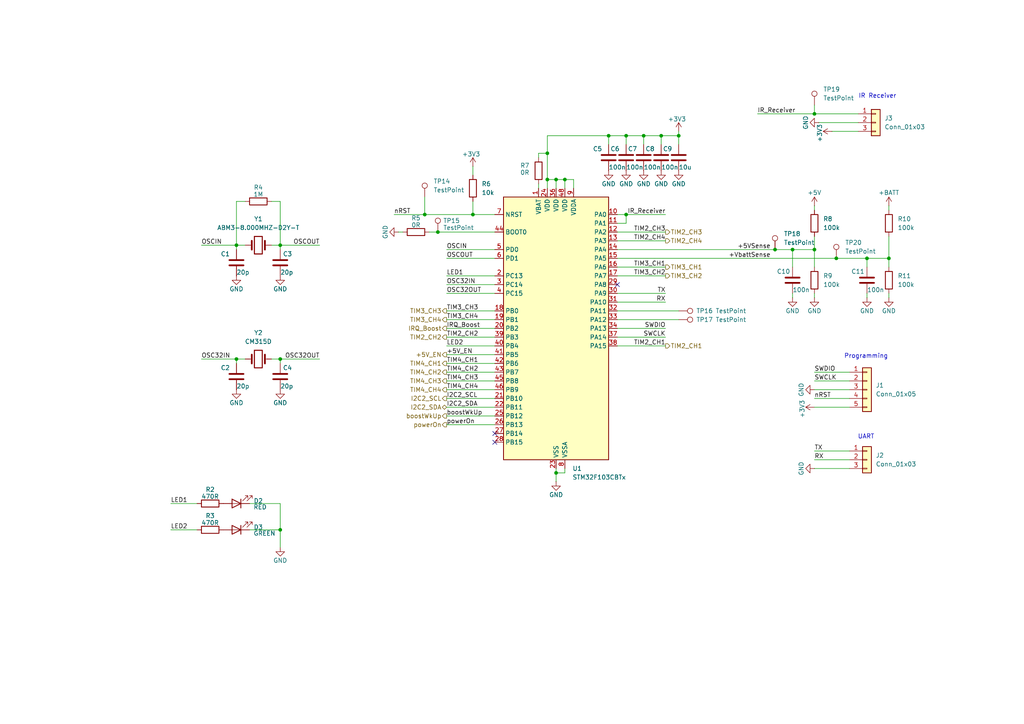
<source format=kicad_sch>
(kicad_sch (version 20231120) (generator "eeschema") (generator_version "8.0")
  (paper "A4")
  (title_block (title "Mermaid Control Unit") (date "2025-02-04") (rev "A") (company "Aurora Dreams Mermaids") (comment 1 "Designed by: Ondrej Ruzicka") (comment 4 "STM32 MCU"))
  (lib_symbols
    (symbol "Connector:TestPoint" (pin_numbers hide) (pin_names (offset 0.762) hide)
      (property "Reference" "TP" (at 0 6.858 0))
      (property "Value" "TestPoint" (at 0 5.08 0))
      (symbol "TestPoint_0_1"
        (circle (center 0 3.302) (radius 0.762))
      )
      (symbol "TestPoint_1_1"
        (pin passive line (at 0 0 90) (length 2.54) (name "1") (number "1"))
      )
    )
    (symbol "Connector_Generic:Conn_01x03" (pin_names (offset 1.016) hide)
      (property "Reference" "J" (at 0 5.08 0))
      (property "Value" "Conn_01x03" (at 0 -5.08 0))
      (symbol "Conn_01x03_1_1"
        (rectangle (start -1.27 -2.413) (end 0 -2.667) (stroke (width 0.1524)))
        (rectangle (start -1.27 0.127) (end 0 -0.127) (stroke (width 0.1524)))
        (rectangle (start -1.27 2.667) (end 0 2.413) (stroke (width 0.1524)))
        (rectangle (start -1.27 3.81) (end 1.27 -3.81) (stroke (width 0.254)) (fill (type background)))
        (pin passive line (at -5.08 2.54 0) (length 3.81) (name "Pin_1") (number "1"))
        (pin passive line (at -5.08 0 0) (length 3.81) (name "Pin_2") (number "2"))
        (pin passive line (at -5.08 -2.54 0) (length 3.81) (name "Pin_3") (number "3"))
      )
    )
    (symbol "Connector_Generic:Conn_01x05" (pin_names (offset 1.016) hide)
      (property "Reference" "J" (at 0 7.62 0))
      (property "Value" "Conn_01x05" (at 0 -7.62 0))
      (symbol "Conn_01x05_1_1"
        (rectangle (start -1.27 -4.953) (end 0 -5.207) (stroke (width 0.1524)))
        (rectangle (start -1.27 -2.413) (end 0 -2.667) (stroke (width 0.1524)))
        (rectangle (start -1.27 0.127) (end 0 -0.127) (stroke (width 0.1524)))
        (rectangle (start -1.27 2.667) (end 0 2.413) (stroke (width 0.1524)))
        (rectangle (start -1.27 5.207) (end 0 4.953) (stroke (width 0.1524)))
        (rectangle (start -1.27 6.35) (end 1.27 -6.35) (stroke (width 0.254)) (fill (type background)))
        (pin passive line (at -5.08 5.08 0) (length 3.81) (name "Pin_1") (number "1"))
        (pin passive line (at -5.08 2.54 0) (length 3.81) (name "Pin_2") (number "2"))
        (pin passive line (at -5.08 0 0) (length 3.81) (name "Pin_3") (number "3"))
        (pin passive line (at -5.08 -2.54 0) (length 3.81) (name "Pin_4") (number "4"))
        (pin passive line (at -5.08 -5.08 0) (length 3.81) (name "Pin_5") (number "5"))
      )
    )
    (symbol "Device:C" (pin_numbers hide) (pin_names (offset 0.254))
      (property "Reference" "C" (at 0.635 2.54 0))
      (property "Value" "C" (at 0.635 -2.54 0))
      (symbol "C_0_1"
        (polyline (pts (xy -2.032 -0.762) (xy 2.032 -0.762)) (stroke (width 0.508)))
        (polyline (pts (xy -2.032 0.762) (xy 2.032 0.762)) (stroke (width 0.508)))
      )
      (symbol "C_1_1"
        (pin passive line (at 0 3.81 270) (length 2.794) (name "~") (number "1"))
        (pin passive line (at 0 -3.81 90) (length 2.794) (name "~") (number "2"))
      )
    )
    (symbol "Device:Crystal" (pin_numbers hide) (pin_names (offset 1.016) hide)
      (property "Reference" "Y" (at 0 3.81 0))
      (property "Value" "Crystal" (at 0 -3.81 0))
      (symbol "Crystal_0_1"
        (rectangle (start -1.143 2.54) (end 1.143 -2.54) (stroke (width 0.3048)))
        (polyline (pts (xy -2.54 0) (xy -1.905 0)))
        (polyline (pts (xy -1.905 -1.27) (xy -1.905 1.27)) (stroke (width 0.508)))
        (polyline (pts (xy 1.905 -1.27) (xy 1.905 1.27)) (stroke (width 0.508)))
        (polyline (pts (xy 2.54 0) (xy 1.905 0)))
      )
      (symbol "Crystal_1_1"
        (pin passive line (at -3.81 0 0) (length 1.27) (name "1") (number "1"))
        (pin passive line (at 3.81 0 180) (length 1.27) (name "2") (number "2"))
      )
    )
    (symbol "Device:LED" (pin_numbers hide) (pin_names (offset 1.016) hide)
      (property "Reference" "D" (at 0 2.54 0))
      (property "Value" "LED" (at 0 -2.54 0))
      (symbol "LED_0_1"
        (polyline (pts (xy -1.27 -1.27) (xy -1.27 1.27)) (stroke (width 0.254)))
        (polyline (pts (xy -1.27 0) (xy 1.27 0)))
        (polyline (pts (xy 1.27 -1.27) (xy 1.27 1.27) (xy -1.27 0) (xy 1.27 -1.27)) (stroke (width 0.254)))
        (polyline (pts (xy -3.048 -0.762) (xy -4.572 -2.286) (xy -3.81 -2.286) (xy -4.572 -2.286) (xy -4.572 -1.524)))
        (polyline (pts (xy -1.778 -0.762) (xy -3.302 -2.286) (xy -2.54 -2.286) (xy -3.302 -2.286) (xy -3.302 -1.524)))
      )
      (symbol "LED_1_1"
        (pin passive line (at -3.81 0 0) (length 2.54) (name "K") (number "1"))
        (pin passive line (at 3.81 0 180) (length 2.54) (name "A") (number "2"))
      )
    )
    (symbol "Device:R" (pin_numbers hide) (pin_names (offset 0))
      (property "Reference" "R" (at 2.032 0 90))
      (property "Value" "R" (at 0 0 90))
      (symbol "R_0_1"
        (rectangle (start -1.016 -2.54) (end 1.016 2.54) (stroke (width 0.254)))
      )
      (symbol "R_1_1"
        (pin passive line (at 0 3.81 270) (length 1.27) (name "~") (number "1"))
        (pin passive line (at 0 -3.81 90) (length 1.27) (name "~") (number "2"))
      )
    )
    (symbol "MCU_ST_STM32F1:STM32F103CBTx"
      (property "Reference" "U" (at -15.24 39.37 0))
      (property "Value" "STM32F103CBTx" (at 7.62 39.37 0))
      (symbol "STM32F103CBTx_0_1"
        (rectangle (start -15.24 -38.1) (end 15.24 38.1) (stroke (width 0.254)) (fill (type background)))
      )
      (symbol "STM32F103CBTx_1_1"
        (pin power_in line (at -5.08 40.64 270) (length 2.54) (name "VBAT") (number "1"))
        (pin bidirectional line (at 17.78 33.02 180) (length 2.54) (name "PA0") (number "10"))
        (pin bidirectional line (at 17.78 30.48 180) (length 2.54) (name "PA1") (number "11"))
        (pin bidirectional line (at 17.78 27.94 180) (length 2.54) (name "PA2") (number "12"))
        (pin bidirectional line (at 17.78 25.4 180) (length 2.54) (name "PA3") (number "13"))
        (pin bidirectional line (at 17.78 22.86 180) (length 2.54) (name "PA4") (number "14"))
        (pin bidirectional line (at 17.78 20.32 180) (length 2.54) (name "PA5") (number "15"))
        (pin bidirectional line (at 17.78 17.78 180) (length 2.54) (name "PA6") (number "16"))
        (pin bidirectional line (at 17.78 15.24 180) (length 2.54) (name "PA7") (number "17"))
        (pin bidirectional line (at -17.78 5.08 0) (length 2.54) (name "PB0") (number "18"))
        (pin bidirectional line (at -17.78 2.54 0) (length 2.54) (name "PB1") (number "19"))
        (pin bidirectional line (at -17.78 15.24 0) (length 2.54) (name "PC13") (number "2"))
        (pin bidirectional line (at -17.78 0 0) (length 2.54) (name "PB2") (number "20"))
        (pin bidirectional line (at -17.78 -20.32 0) (length 2.54) (name "PB10") (number "21"))
        (pin bidirectional line (at -17.78 -22.86 0) (length 2.54) (name "PB11") (number "22"))
        (pin power_in line (at 0 -40.64 90) (length 2.54) (name "VSS") (number "23"))
        (pin power_in line (at -2.54 40.64 270) (length 2.54) (name "VDD") (number "24"))
        (pin bidirectional line (at -17.78 -25.4 0) (length 2.54) (name "PB12") (number "25"))
        (pin bidirectional line (at -17.78 -27.94 0) (length 2.54) (name "PB13") (number "26"))
        (pin bidirectional line (at -17.78 -30.48 0) (length 2.54) (name "PB14") (number "27"))
        (pin bidirectional line (at -17.78 -33.02 0) (length 2.54) (name "PB15") (number "28"))
        (pin bidirectional line (at 17.78 12.7 180) (length 2.54) (name "PA8") (number "29"))
        (pin bidirectional line (at -17.78 12.7 0) (length 2.54) (name "PC14") (number "3"))
        (pin bidirectional line (at 17.78 10.16 180) (length 2.54) (name "PA9") (number "30"))
        (pin bidirectional line (at 17.78 7.62 180) (length 2.54) (name "PA10") (number "31"))
        (pin bidirectional line (at 17.78 5.08 180) (length 2.54) (name "PA11") (number "32"))
        (pin bidirectional line (at 17.78 2.54 180) (length 2.54) (name "PA12") (number "33"))
        (pin bidirectional line (at 17.78 0 180) (length 2.54) (name "PA13") (number "34"))
        (pin passive line (at 0 -40.64 90) (length 2.54) hide (name "VSS") (number "35"))
        (pin power_in line (at 0 40.64 270) (length 2.54) (name "VDD") (number "36"))
        (pin bidirectional line (at 17.78 -2.54 180) (length 2.54) (name "PA14") (number "37"))
        (pin bidirectional line (at 17.78 -5.08 180) (length 2.54) (name "PA15") (number "38"))
        (pin bidirectional line (at -17.78 -2.54 0) (length 2.54) (name "PB3") (number "39"))
        (pin bidirectional line (at -17.78 10.16 0) (length 2.54) (name "PC15") (number "4"))
        (pin bidirectional line (at -17.78 -5.08 0) (length 2.54) (name "PB4") (number "40"))
        (pin bidirectional line (at -17.78 -7.62 0) (length 2.54) (name "PB5") (number "41"))
        (pin bidirectional line (at -17.78 -10.16 0) (length 2.54) (name "PB6") (number "42"))
        (pin bidirectional line (at -17.78 -12.7 0) (length 2.54) (name "PB7") (number "43"))
        (pin input line (at -17.78 27.94 0) (length 2.54) (name "BOOT0") (number "44"))
        (pin bidirectional line (at -17.78 -15.24 0) (length 2.54) (name "PB8") (number "45"))
        (pin bidirectional line (at -17.78 -17.78 0) (length 2.54) (name "PB9") (number "46"))
        (pin passive line (at 0 -40.64 90) (length 2.54) hide (name "VSS") (number "47"))
        (pin power_in line (at 2.54 40.64 270) (length 2.54) (name "VDD") (number "48"))
        (pin bidirectional line (at -17.78 22.86 0) (length 2.54) (name "PD0") (number "5"))
        (pin bidirectional line (at -17.78 20.32 0) (length 2.54) (name "PD1") (number "6"))
        (pin input line (at -17.78 33.02 0) (length 2.54) (name "NRST") (number "7"))
        (pin power_in line (at 2.54 -40.64 90) (length 2.54) (name "VSSA") (number "8"))
        (pin power_in line (at 5.08 40.64 270) (length 2.54) (name "VDDA") (number "9"))
      )
    )
    (symbol "power:+1V0" (power) (pin_numbers hide) (pin_names (offset 0) hide)
      (property "Value" "+1V0" (at 0 3.556 0))
      (symbol "+1V0_0_1"
        (polyline (pts (xy -0.762 1.27) (xy 0 2.54)))
        (polyline (pts (xy 0 0) (xy 0 2.54)))
        (polyline (pts (xy 0 2.54) (xy 0.762 1.27)))
      )
      (symbol "+1V0_1_1"
        (pin power_in line (at 0 0 90) (length 0) (name "~") (number "1"))
      )
    )
    (symbol "power:+3V3" (power) (pin_numbers hide) (pin_names (offset 0) hide)
      (property "Value" "+3V3" (at 0 3.556 0))
      (symbol "+3V3_0_1"
        (polyline (pts (xy -0.762 1.27) (xy 0 2.54)))
        (polyline (pts (xy 0 0) (xy 0 2.54)))
        (polyline (pts (xy 0 2.54) (xy 0.762 1.27)))
      )
      (symbol "+3V3_1_1"
        (pin power_in line (at 0 0 90) (length 0) (name "~") (number "1"))
      )
    )
    (symbol "power:GND" (power) (pin_numbers hide) (pin_names (offset 0) hide)
      (property "Value" "GND" (at 0 -3.81 0))
      (symbol "GND_0_1"
        (polyline (pts (xy 0 0) (xy 0 -1.27) (xy 1.27 -1.27) (xy 0 -2.54) (xy -1.27 -1.27) (xy 0 -1.27)))
      )
      (symbol "GND_1_1"
        (pin power_in line (at 0 0 270) (length 0) (name "~") (number "1"))
      )
    )
  )
  (junction (at 181.61 62.23))
  (junction (at 236.22 33.02))
  (junction (at 158.75 44.45))
  (junction (at 68.58 104.14))
  (junction (at 68.58 71.12))
  (junction (at 81.28 104.14))
  (junction (at 196.85 39.37))
  (junction (at 181.61 39.37))
  (junction (at 163.83 52.07))
  (junction (at 158.75 52.07))
  (junction (at 176.53 39.37))
  (junction (at 137.16 62.23))
  (junction (at 251.46 74.93))
  (junction (at 242.57 74.93))
  (junction (at 186.69 39.37))
  (junction (at 229.87 72.39))
  (junction (at 224.79 72.39))
  (junction (at 81.28 153.67))
  (junction (at 257.81 74.93))
  (junction (at 236.22 72.39))
  (junction (at 161.29 137.16))
  (junction (at 127 67.31))
  (junction (at 161.29 52.07))
  (junction (at 81.28 71.12))
  (junction (at 123.19 62.23))
  (junction (at 191.77 39.37))
  (no_connect (at 143.51 128.27))
  (no_connect (at 143.51 125.73))
  (no_connect (at 179.07 82.55))
  (wire (pts (xy 196.85 39.37) (xy 196.85 38.1)))
  (wire (pts (xy 129.54 120.65) (xy 143.51 120.65)))
  (wire (pts (xy 68.58 58.42) (xy 68.58 71.12)))
  (wire (pts (xy 81.28 58.42) (xy 81.28 71.12)))
  (wire (pts (xy 143.51 105.41) (xy 129.54 105.41)))
  (wire (pts (xy 72.39 146.05) (xy 81.28 146.05)))
  (wire (pts (xy 179.07 85.09) (xy 193.04 85.09)))
  (wire (pts (xy 186.69 39.37) (xy 186.69 41.91)))
  (wire (pts (xy 81.28 146.05) (xy 81.28 153.67)))
  (wire (pts (xy 236.22 33.02) (xy 248.92 33.02)))
  (wire (pts (xy 251.46 74.93) (xy 257.81 74.93)))
  (wire (pts (xy 186.69 39.37) (xy 191.77 39.37)))
  (wire (pts (xy 143.51 113.03) (xy 129.54 113.03)))
  (wire (pts (xy 179.07 97.79) (xy 193.04 97.79)))
  (wire (pts (xy 163.83 135.89) (xy 163.83 137.16)))
  (wire (pts (xy 229.87 85.09) (xy 229.87 86.36)))
  (wire (pts (xy 161.29 137.16) (xy 161.29 135.89)))
  (wire (pts (xy 179.07 77.47) (xy 193.04 77.47)))
  (wire (pts (xy 161.29 52.07) (xy 158.75 52.07)))
  (wire (pts (xy 143.51 118.11) (xy 129.54 118.11)))
  (wire (pts (xy 181.61 39.37) (xy 186.69 39.37)))
  (wire (pts (xy 181.61 62.23) (xy 193.04 62.23)))
  (wire (pts (xy 179.07 87.63) (xy 193.04 87.63)))
  (wire (pts (xy 129.54 74.93) (xy 143.51 74.93)))
  (wire (pts (xy 143.51 110.49) (xy 129.54 110.49)))
  (wire (pts (xy 251.46 74.93) (xy 251.46 77.47)))
  (wire (pts (xy 161.29 137.16) (xy 161.29 139.7)))
  (wire (pts (xy 196.85 39.37) (xy 196.85 41.91)))
  (wire (pts (xy 81.28 71.12) (xy 92.71 71.12)))
  (wire (pts (xy 49.53 153.67) (xy 57.15 153.67)))
  (wire (pts (xy 129.54 82.55) (xy 143.51 82.55)))
  (wire (pts (xy 229.87 72.39) (xy 229.87 77.47)))
  (wire (pts (xy 114.3 62.23) (xy 123.19 62.23)))
  (wire (pts (xy 81.28 104.14) (xy 81.28 105.41)))
  (wire (pts (xy 163.83 52.07) (xy 161.29 52.07)))
  (wire (pts (xy 224.79 72.39) (xy 229.87 72.39)))
  (wire (pts (xy 251.46 85.09) (xy 251.46 86.36)))
  (wire (pts (xy 137.16 62.23) (xy 143.51 62.23)))
  (wire (pts (xy 236.22 85.09) (xy 236.22 86.36)))
  (wire (pts (xy 129.54 72.39) (xy 143.51 72.39)))
  (wire (pts (xy 236.22 30.48) (xy 236.22 33.02)))
  (wire (pts (xy 181.61 39.37) (xy 181.61 41.91)))
  (wire (pts (xy 236.22 135.89) (xy 246.38 135.89)))
  (wire (pts (xy 68.58 104.14) (xy 68.58 105.41)))
  (wire (pts (xy 257.81 59.69) (xy 257.81 60.96)))
  (wire (pts (xy 137.16 48.26) (xy 137.16 50.8)))
  (wire (pts (xy 68.58 71.12) (xy 68.58 72.39)))
  (wire (pts (xy 179.07 95.25) (xy 193.04 95.25)))
  (wire (pts (xy 143.51 92.71) (xy 129.54 92.71)))
  (wire (pts (xy 191.77 39.37) (xy 191.77 41.91)))
  (wire (pts (xy 81.28 71.12) (xy 81.28 72.39)))
  (wire (pts (xy 68.58 104.14) (xy 71.12 104.14)))
  (wire (pts (xy 158.75 44.45) (xy 158.75 39.37)))
  (wire (pts (xy 179.07 74.93) (xy 242.57 74.93)))
  (wire (pts (xy 158.75 39.37) (xy 176.53 39.37)))
  (wire (pts (xy 179.07 67.31) (xy 193.04 67.31)))
  (wire (pts (xy 68.58 71.12) (xy 71.12 71.12)))
  (wire (pts (xy 176.53 39.37) (xy 181.61 39.37)))
  (wire (pts (xy 191.77 39.37) (xy 196.85 39.37)))
  (wire (pts (xy 127 67.31) (xy 143.51 67.31)))
  (wire (pts (xy 58.42 104.14) (xy 68.58 104.14)))
  (wire (pts (xy 123.19 62.23) (xy 137.16 62.23)))
  (wire (pts (xy 257.81 85.09) (xy 257.81 86.36)))
  (wire (pts (xy 179.07 72.39) (xy 224.79 72.39)))
  (wire (pts (xy 229.87 72.39) (xy 236.22 72.39)))
  (wire (pts (xy 236.22 72.39) (xy 236.22 77.47)))
  (wire (pts (xy 78.74 58.42) (xy 81.28 58.42)))
  (wire (pts (xy 246.38 107.95) (xy 236.22 107.95)))
  (wire (pts (xy 129.54 102.87) (xy 143.51 102.87)))
  (wire (pts (xy 236.22 68.58) (xy 236.22 72.39)))
  (wire (pts (xy 163.83 137.16) (xy 161.29 137.16)))
  (wire (pts (xy 236.22 59.69) (xy 236.22 60.96)))
  (wire (pts (xy 129.54 100.33) (xy 143.51 100.33)))
  (wire (pts (xy 143.51 107.95) (xy 129.54 107.95)))
  (wire (pts (xy 166.37 52.07) (xy 163.83 52.07)))
  (wire (pts (xy 49.53 146.05) (xy 57.15 146.05)))
  (wire (pts (xy 179.07 80.01) (xy 193.04 80.01)))
  (wire (pts (xy 179.07 100.33) (xy 193.04 100.33)))
  (wire (pts (xy 137.16 58.42) (xy 137.16 62.23)))
  (wire (pts (xy 129.54 123.19) (xy 143.51 123.19)))
  (wire (pts (xy 166.37 54.61) (xy 166.37 52.07)))
  (wire (pts (xy 143.51 90.17) (xy 129.54 90.17)))
  (wire (pts (xy 156.21 44.45) (xy 158.75 44.45)))
  (wire (pts (xy 163.83 54.61) (xy 163.83 52.07)))
  (wire (pts (xy 246.38 133.35) (xy 236.22 133.35)))
  (wire (pts (xy 179.07 69.85) (xy 193.04 69.85)))
  (wire (pts (xy 123.19 57.15) (xy 123.19 62.23)))
  (wire (pts (xy 158.75 52.07) (xy 158.75 44.45)))
  (wire (pts (xy 129.54 80.01) (xy 143.51 80.01)))
  (wire (pts (xy 246.38 130.81) (xy 236.22 130.81)))
  (wire (pts (xy 236.22 113.03) (xy 246.38 113.03)))
  (wire (pts (xy 143.51 115.57) (xy 129.54 115.57)))
  (wire (pts (xy 124.46 67.31) (xy 127 67.31)))
  (wire (pts (xy 81.28 71.12) (xy 78.74 71.12)))
  (wire (pts (xy 179.07 92.71) (xy 196.85 92.71)))
  (wire (pts (xy 179.07 90.17) (xy 196.85 90.17)))
  (wire (pts (xy 115.57 67.31) (xy 116.84 67.31)))
  (wire (pts (xy 179.07 62.23) (xy 181.61 62.23)))
  (wire (pts (xy 143.51 97.79) (xy 129.54 97.79)))
  (wire (pts (xy 156.21 53.34) (xy 156.21 54.61)))
  (wire (pts (xy 156.21 45.72) (xy 156.21 44.45)))
  (wire (pts (xy 181.61 64.77) (xy 181.61 62.23)))
  (wire (pts (xy 236.22 115.57) (xy 246.38 115.57)))
  (wire (pts (xy 158.75 54.61) (xy 158.75 52.07)))
  (wire (pts (xy 257.81 74.93) (xy 257.81 77.47)))
  (wire (pts (xy 143.51 95.25) (xy 129.54 95.25)))
  (wire (pts (xy 257.81 68.58) (xy 257.81 74.93)))
  (wire (pts (xy 246.38 110.49) (xy 236.22 110.49)))
  (wire (pts (xy 161.29 54.61) (xy 161.29 52.07)))
  (wire (pts (xy 237.49 35.56) (xy 248.92 35.56)))
  (wire (pts (xy 236.22 118.11) (xy 246.38 118.11)))
  (wire (pts (xy 81.28 104.14) (xy 92.71 104.14)))
  (wire (pts (xy 219.71 33.02) (xy 236.22 33.02)))
  (wire (pts (xy 179.07 64.77) (xy 181.61 64.77)))
  (wire (pts (xy 72.39 153.67) (xy 81.28 153.67)))
  (wire (pts (xy 58.42 71.12) (xy 68.58 71.12)))
  (wire (pts (xy 242.57 74.93) (xy 251.46 74.93)))
  (wire (pts (xy 71.12 58.42) (xy 68.58 58.42)))
  (wire (pts (xy 81.28 104.14) (xy 78.74 104.14)))
  (wire (pts (xy 129.54 85.09) (xy 143.51 85.09)))
  (wire (pts (xy 241.3 38.1) (xy 248.92 38.1)))
  (wire (pts (xy 81.28 153.67) (xy 81.28 158.75)))
  (wire (pts (xy 176.53 39.37) (xy 176.53 41.91)))
  (text "Programming" (at 251.206 103.378 0) (effects (font (size 1.27 1.27))))
  (text "UART" (at 251.206 126.746 0) (effects (font (size 1.27 1.27))))
  (text "IR Receiver" (at 254.508 27.94 0) (effects (font (size 1.27 1.27))))
  (label "SWCLK" (at 193.04 97.79 180))
  (label "OSC32OUT" (at 92.71 104.14 180))
  (label "I2C2_SDA" (at 129.54 118.11 0))
  (label "TIM3_CH1" (at 193.04 77.47 180))
  (label "TIM3_CH2" (at 193.04 80.01 180))
  (label "SWCLK" (at 236.22 110.49 0))
  (label "+5VSense" (at 223.52 72.39 180))
  (label "TIM4_CH3" (at 129.54 110.49 0))
  (label "+VbattSense" (at 223.52 74.93 180))
  (label "IR_Receiver" (at 219.71 33.02 0))
  (label "OSC32IN" (at 129.54 82.55 0))
  (label "OSCIN" (at 58.42 71.12 0))
  (label "LED2" (at 49.53 153.67 0))
  (label "IR_Receiver" (at 193.04 62.23 180))
  (label "TX" (at 236.22 130.81 0))
  (label "I2C2_SCL" (at 129.54 115.57 0))
  (label "TIM2_CH2" (at 129.54 97.79 0))
  (label "LED2" (at 129.54 100.33 0))
  (label "IRQ_Boost" (at 129.54 95.25 0))
  (label "TIM3_CH4" (at 129.54 92.71 0))
  (label "RX" (at 236.22 133.35 0))
  (label "TIM2_CH1" (at 193.04 100.33 180))
  (label "OSC32IN" (at 58.42 104.14 0))
  (label "OSCOUT" (at 129.54 74.93 0))
  (label "nRST" (at 114.3 62.23 0))
  (label "OSCIN" (at 129.54 72.39 0))
  (label "TIM4_CH2" (at 129.54 107.95 0))
  (label "TIM4_CH1" (at 129.54 105.41 0))
  (label "nRST" (at 236.22 115.57 0))
  (label "+5V_EN" (at 129.54 102.87 0))
  (label "OSC32OUT" (at 129.54 85.09 0))
  (label "SWDIO" (at 236.22 107.95 0))
  (label "powerOn" (at 129.54 123.19 0))
  (label "TIM4_CH4" (at 129.54 113.03 0))
  (label "TIM2_CH3" (at 193.04 67.31 180))
  (label "OSCOUT" (at 92.71 71.12 180))
  (label "RX" (at 193.04 87.63 180))
  (label "TX" (at 193.04 85.09 180))
  (label "boostWkUp" (at 129.54 120.65 0))
  (label "LED1" (at 129.54 80.01 0))
  (label "TIM2_CH4" (at 193.04 69.85 180))
  (label "TIM3_CH3" (at 129.54 90.17 0))
  (label "SWDIO" (at 193.04 95.25 180))
  (label "LED1" (at 49.53 146.05 0))
  (hierarchical_label "TIM4_CH1" (shape output) (at 129.54 105.41 180))
  (hierarchical_label "IRQ_Boost" (shape output) (at 129.54 95.25 180))
  (hierarchical_label "TIM3_CH4" (shape output) (at 129.54 92.71 180))
  (hierarchical_label "TIM2_CH4" (shape output) (at 193.04 69.85 0))
  (hierarchical_label "TIM2_CH3" (shape output) (at 193.04 67.31 0))
  (hierarchical_label "boostWkUp" (shape output) (at 129.54 120.65 180))
  (hierarchical_label "TIM2_CH1" (shape output) (at 193.04 100.33 0))
  (hierarchical_label "TIM4_CH3" (shape output) (at 129.54 110.49 180))
  (hierarchical_label "TIM3_CH3" (shape output) (at 129.54 90.17 180))
  (hierarchical_label "I2C2_SDA" (shape bidirectional) (at 129.54 118.11 180))
  (hierarchical_label "I2C2_SCL" (shape output) (at 129.54 115.57 180))
  (hierarchical_label "powerOn" (shape output) (at 129.54 123.19 180))
  (hierarchical_label "TIM2_CH2" (shape output) (at 129.54 97.79 180))
  (hierarchical_label "TIM3_CH1" (shape output) (at 193.04 77.47 0))
  (hierarchical_label "+5V_EN" (shape output) (at 129.54 102.87 180))
  (hierarchical_label "TIM4_CH4" (shape output) (at 129.54 113.03 180))
  (hierarchical_label "TIM4_CH2" (shape output) (at 129.54 107.95 180))
  (hierarchical_label "TIM3_CH2" (shape output) (at 193.04 80.01 0))
  (symbol (lib_id "power:GND") (at 236.22 113.03 270) (unit 1)
    (property "Reference" "#PWR018" (effects (hide yes)))
    (property "Value" "GND" (at 232.41 113.03 0))
    (property "Description" "Power symbol creates a global label with name \"GND\" , ground" (effects (hide yes)))
  )
  (symbol (lib_id "Device:C") (at 191.77 45.72 0) (unit 1)
    (property "Reference" "C8" (at 187.198 43.18 0) (effects (justify left)))
    (property "Value" "100n" (at 191.77 48.514 0) (effects (justify left)))
    (property "Footprint" "Capacitor_SMD:C_0603_1608Metric" (effects (hide yes)))
    (property "Description" "Unpolarized capacitor" (effects (hide yes)))
    (property "Part Number" "CC0603KRX7R9BB104" (effects (hide yes)))
  )
  (symbol (lib_id "Device:C") (at 181.61 45.72 0) (unit 1)
    (property "Reference" "C6" (at 177.038 43.18 0) (effects (justify left)))
    (property "Value" "100n" (at 181.61 48.514 0) (effects (justify left)))
    (property "Footprint" "Capacitor_SMD:C_0603_1608Metric" (effects (hide yes)))
    (property "Description" "Unpolarized capacitor" (effects (hide yes)))
    (property "Part Number" "CC0603KRX7R9BB104" (effects (hide yes)))
  )
  (symbol (lib_id "power:GND") (at 176.53 49.53 0) (unit 1)
    (property "Reference" "#PWR09" (effects (hide yes)))
    (property "Value" "GND" (at 176.53 53.34 0))
    (property "Description" "Power symbol creates a global label with name \"GND\" , ground" (effects (hide yes)))
  )
  (symbol (lib_id "Device:R") (at 257.81 81.28 180) (unit 1)
    (property "Reference" "R11" (at 260.35 80.0099 0) (effects (justify right)))
    (property "Value" "100k" (at 260.35 82.5499 0) (effects (justify right)))
    (property "Footprint" "Resistor_SMD:R_0603_1608Metric" (effects (hide yes)))
    (property "Description" "Resistor" (effects (hide yes)))
    (property "Part Number" "RC0603FR-07100KL " (effects (hide yes)))
  )
  (symbol (lib_id "Device:R") (at 120.65 67.31 90) (unit 1)
    (property "Reference" "R5" (at 120.65 63.246 90))
    (property "Value" "0R" (at 120.65 65.278 90))
    (property "Footprint" "Resistor_SMD:R_0603_1608Metric" (effects (hide yes)))
    (property "Description" "Resistor" (effects (hide yes)))
    (property "Part Number" "RC0603FR-070RL " (effects (hide yes)))
  )
  (symbol (lib_id "power:GND") (at 68.58 80.01 0) (unit 1)
    (property "Reference" "#PWR01" (effects (hide yes)))
    (property "Value" "GND" (at 68.58 83.82 0))
    (property "Description" "Power symbol creates a global label with name \"GND\" , ground" (effects (hide yes)))
  )
  (symbol (lib_id "power:GND") (at 196.85 49.53 0) (unit 1)
    (property "Reference" "#PWR014" (effects (hide yes)))
    (property "Value" "GND" (at 196.85 53.34 0))
    (property "Description" "Power symbol creates a global label with name \"GND\" , ground" (effects (hide yes)))
  )
  (symbol (lib_id "Device:R") (at 60.96 146.05 90) (unit 1)
    (property "Reference" "R2" (at 60.96 141.986 90))
    (property "Value" "470R" (at 60.96 144.018 90))
    (property "Footprint" "Resistor_SMD:R_0603_1608Metric" (effects (hide yes)))
    (property "Description" "Resistor" (effects (hide yes)))
    (property "Part Number" "RC0603FR-07470RL " (effects (hide yes)))
  )
  (symbol (lib_id "power:+3V3") (at 241.3 38.1 90) (unit 1)
    (property "Reference" "#PWR022" (effects (hide yes)))
    (property "Value" "+3V3" (at 237.744 38.608 0))
    (property "Description" "Power symbol creates a global label with name \"+3V3\"" (effects (hide yes)))
  )
  (symbol (lib_id "power:+3V3") (at 196.85 38.1 0) (unit 1)
    (property "Reference" "#PWR013" (effects (hide yes)))
    (property "Value" "+3V3" (at 196.342 34.544 0))
    (property "Description" "Power symbol creates a global label with name \"+3V3\"" (effects (hide yes)))
  )
  (symbol (lib_id "Device:Crystal") (at 74.93 71.12 0) (unit 1)
    (property "Reference" "Y1" (at 74.93 63.5 0))
    (property "Value" "ABM3-8.000MHZ-D2Y-T" (at 74.93 66.04 0))
    (property "Footprint" "Crystal:Crystal_SMD_Abracon_ABM3-2Pin_5.0x3.2mm" (effects (hide yes)))
    (property "Datasheet" "https://www.lcsc.com/datasheet/lcsc_datasheet_2304140030_Abracon-LLC-ABM3-8-000MHZ-D2Y-T_C144380.pdf" (effects (hide yes)))
    (property "Description" "8MHz Surface Mount Crystal 18pF ±20ppm ±30ppm SMD5032 Crystals ROHS" (effects (hide yes)))
    (property "Part Number" "ABM3-8.000MHZ-D2Y-T" (effects (hide yes)))
  )
  (symbol (lib_id "Connector:TestPoint") (at 196.85 90.17 270) (unit 1)
    (property "Reference" "TP16" (at 201.93 90.17 90) (effects (justify left)))
    (property "Value" "TestPoint" (at 207.518 90.17 90) (effects (justify left)))
    (property "Footprint" "TestPoint:TestPoint_Pad_D1.5mm" (effects (hide yes)))
    (property "Description" "test point" (effects (hide yes)))
  )
  (symbol (lib_id "power:GND") (at 237.49 35.56 270) (unit 1)
    (property "Reference" "#PWR021" (effects (hide yes)))
    (property "Value" "GND" (at 233.68 35.56 0))
    (property "Description" "Power symbol creates a global label with name \"GND\" , ground" (effects (hide yes)))
  )
  (symbol (lib_id "power:GND") (at 236.22 86.36 0) (unit 1)
    (property "Reference" "#PWR017" (effects (hide yes)))
    (property "Value" "GND" (at 236.22 90.17 0))
    (property "Description" "Power symbol creates a global label with name \"GND\" , ground" (effects (hide yes)))
  )
  (symbol (lib_id "Connector:TestPoint") (at 127 67.31 0) (unit 1)
    (property "Reference" "TP15" (at 128.524 64.008 0) (effects (justify left)))
    (property "Value" "TestPoint" (at 128.524 66.04 0) (effects (justify left)))
    (property "Footprint" "TestPoint:TestPoint_Pad_D1.5mm" (effects (hide yes)))
    (property "Description" "test point" (effects (hide yes)))
  )
  (symbol (lib_id "power:+3V3") (at 236.22 118.11 90) (unit 1)
    (property "Reference" "#PWR019" (effects (hide yes)))
    (property "Value" "+3V3" (at 232.664 118.618 0))
    (property "Description" "Power symbol creates a global label with name \"+3V3\"" (effects (hide yes)))
  )
  (symbol (lib_id "power:GND") (at 181.61 49.53 0) (unit 1)
    (property "Reference" "#PWR010" (effects (hide yes)))
    (property "Value" "GND" (at 181.61 53.34 0))
    (property "Description" "Power symbol creates a global label with name \"GND\" , ground" (effects (hide yes)))
  )
  (symbol (lib_id "Connector:TestPoint") (at 242.57 74.93 0) (unit 1)
    (property "Reference" "TP20" (at 245.11 70.3579 0) (effects (justify left)))
    (property "Value" "TestPoint" (at 245.11 72.8979 0) (effects (justify left)))
    (property "Footprint" "TestPoint:TestPoint_Pad_D1.5mm" (effects (hide yes)))
    (property "Description" "test point" (effects (hide yes)))
  )
  (symbol (lib_id "power:GND") (at 186.69 49.53 0) (unit 1)
    (property "Reference" "#PWR011" (effects (hide yes)))
    (property "Value" "GND" (at 186.69 53.34 0))
    (property "Description" "Power symbol creates a global label with name \"GND\" , ground" (effects (hide yes)))
  )
  (symbol (lib_id "Device:C") (at 81.28 109.22 0) (unit 1)
    (property "Reference" "C4" (at 82.042 106.68 0) (effects (justify left)))
    (property "Value" "20p" (at 81.28 112.014 0) (effects (justify left)))
    (property "Footprint" "Capacitor_SMD:C_0603_1608Metric" (effects (hide yes)))
    (property "Description" "Unpolarized capacitor" (effects (hide yes)))
    (property "Part Number" "GCM1885C1H200JA16D" (effects (hide yes)))
  )
  (symbol (lib_id "Device:C") (at 229.87 81.28 0) (unit 1)
    (property "Reference" "C10" (at 225.298 78.74 0) (effects (justify left)))
    (property "Value" "100n" (at 229.87 84.074 0) (effects (justify left)))
    (property "Footprint" "Capacitor_SMD:C_0603_1608Metric" (effects (hide yes)))
    (property "Description" "Unpolarized capacitor" (effects (hide yes)))
    (property "Part Number" "CC0603KRX7R9BB104" (effects (hide yes)))
  )
  (symbol (lib_id "Device:R") (at 137.16 54.61 180) (unit 1)
    (property "Reference" "R6" (at 139.7 53.3399 0) (effects (justify right)))
    (property "Value" "10k" (at 139.7 55.8799 0) (effects (justify right)))
    (property "Footprint" "Resistor_SMD:R_0603_1608Metric" (effects (hide yes)))
    (property "Description" "Resistor" (effects (hide yes)))
    (property "Part Number" "RC0603FR-0710KL " (effects (hide yes)))
  )
  (symbol (lib_id "power:GND") (at 81.28 80.01 0) (unit 1)
    (property "Reference" "#PWR03" (effects (hide yes)))
    (property "Value" "GND" (at 81.28 83.82 0))
    (property "Description" "Power symbol creates a global label with name \"GND\" , ground" (effects (hide yes)))
  )
  (symbol (lib_id "Device:C") (at 81.28 76.2 0) (unit 1)
    (property "Reference" "C3" (at 82.042 73.66 0) (effects (justify left)))
    (property "Value" "20p" (at 81.28 78.994 0) (effects (justify left)))
    (property "Footprint" "Capacitor_SMD:C_0603_1608Metric" (effects (hide yes)))
    (property "Description" "Unpolarized capacitor" (effects (hide yes)))
    (property "Part Number" "GCM1885C1H200JA16D" (effects (hide yes)))
  )
  (symbol (lib_id "Device:R") (at 236.22 81.28 180) (unit 1)
    (property "Reference" "R9" (at 238.76 80.0099 0) (effects (justify right)))
    (property "Value" "100k" (at 238.76 82.5499 0) (effects (justify right)))
    (property "Footprint" "Resistor_SMD:R_0603_1608Metric" (effects (hide yes)))
    (property "Description" "Resistor" (effects (hide yes)))
    (property "Part Number" "RC0603FR-07100KL " (effects (hide yes)))
  )
  (symbol (lib_id "power:+3V3") (at 137.16 48.26 0) (unit 1)
    (property "Reference" "#PWR07" (effects (hide yes)))
    (property "Value" "+3V3" (at 136.652 44.704 0))
    (property "Description" "Power symbol creates a global label with name \"+3V3\"" (effects (hide yes)))
  )
  (symbol (lib_id "Device:C") (at 176.53 45.72 0) (unit 1)
    (property "Reference" "C5" (at 171.958 43.18 0) (effects (justify left)))
    (property "Value" "100n" (at 176.53 48.514 0) (effects (justify left)))
    (property "Footprint" "Capacitor_SMD:C_0603_1608Metric" (effects (hide yes)))
    (property "Description" "Unpolarized capacitor" (effects (hide yes)))
    (property "Part Number" "CC0603KRX7R9BB104" (effects (hide yes)))
  )
  (symbol (lib_id "Device:R") (at 156.21 49.53 0) (unit 1)
    (property "Reference" "R7" (at 150.876 48.006 0) (effects (justify left)))
    (property "Value" "0R" (at 150.876 50.038 0) (effects (justify left)))
    (property "Footprint" "Resistor_SMD:R_0603_1608Metric" (effects (hide yes)))
    (property "Description" "Resistor" (effects (hide yes)))
    (property "Part Number" "RC0603FR-070RL " (effects (hide yes)))
  )
  (symbol (lib_id "power:GND") (at 161.29 139.7 0) (unit 1)
    (property "Reference" "#PWR08" (effects (hide yes)))
    (property "Value" "GND" (at 161.29 143.51 0))
    (property "Description" "Power symbol creates a global label with name \"GND\" , ground" (effects (hide yes)))
  )
  (symbol (lib_id "Device:R") (at 74.93 58.42 90) (unit 1)
    (property "Reference" "R4" (at 74.93 54.356 90))
    (property "Value" "1M" (at 74.93 56.388 90))
    (property "Footprint" "Resistor_SMD:R_0603_1608Metric" (effects (hide yes)))
    (property "Description" "Resistor" (effects (hide yes)))
    (property "Part Number" "RC0603FR-071ML " (effects (hide yes)))
  )
  (symbol (lib_id "Device:C") (at 68.58 109.22 0) (unit 1)
    (property "Reference" "C2" (at 64.008 106.68 0) (effects (justify left)))
    (property "Value" "20p" (at 68.58 112.014 0) (effects (justify left)))
    (property "Footprint" "Capacitor_SMD:C_0603_1608Metric" (effects (hide yes)))
    (property "Description" "Unpolarized capacitor" (effects (hide yes)))
    (property "Part Number" "GCM1885C1H200JA16D" (effects (hide yes)))
  )
  (symbol (lib_id "Device:C") (at 186.69 45.72 0) (unit 1)
    (property "Reference" "C7" (at 182.118 43.18 0) (effects (justify left)))
    (property "Value" "100n" (at 186.69 48.514 0) (effects (justify left)))
    (property "Footprint" "Capacitor_SMD:C_0603_1608Metric" (effects (hide yes)))
    (property "Description" "Unpolarized capacitor" (effects (hide yes)))
    (property "Part Number" "CC0603KRX7R9BB104" (effects (hide yes)))
  )
  (symbol (lib_id "MCU_ST_STM32F1:STM32F103CBTx") (at 161.29 95.25 0) (unit 1)
    (property "Reference" "U1" (at 166.0241 135.89 0) (effects (justify left)))
    (property "Value" "STM32F103CBTx" (at 166.0241 138.43 0) (effects (justify left)))
    (property "Footprint" "Package_QFP:LQFP-48_7x7mm_P0.5mm" (effects (hide yes)))
    (property "Datasheet" "https://www.st.com/resource/en/datasheet/stm32f103cb.pdf" (effects (hide yes)))
    (property "Description" "STMicroelectronics Arm Cortex-M3 MCU, 128KB flash, 20KB RAM, 72 MHz, 2.0-3.6V, 37 GPIO, LQFP48" (effects (hide yes)))
  )
  (symbol (lib_id "power:GND") (at 257.81 86.36 0) (unit 1)
    (property "Reference" "#PWR025" (effects (hide yes)))
    (property "Value" "GND" (at 257.81 90.17 0))
    (property "Description" "Power symbol creates a global label with name \"GND\" , ground" (effects (hide yes)))
  )
  (symbol (lib_id "Device:R") (at 257.81 64.77 180) (unit 1)
    (property "Reference" "R10" (at 260.35 63.4999 0) (effects (justify right)))
    (property "Value" "100k" (at 260.35 66.0399 0) (effects (justify right)))
    (property "Footprint" "Resistor_SMD:R_0603_1608Metric" (effects (hide yes)))
    (property "Description" "Resistor" (effects (hide yes)))
    (property "Part Number" "RC0603FR-07100KL " (effects (hide yes)))
  )
  (symbol (lib_id "power:GND") (at 115.57 67.31 270) (unit 1)
    (property "Reference" "#PWR06" (effects (hide yes)))
    (property "Value" "GND" (at 111.76 67.31 0))
    (property "Description" "Power symbol creates a global label with name \"GND\" , ground" (effects (hide yes)))
  )
  (symbol (lib_id "Device:C") (at 68.58 76.2 0) (unit 1)
    (property "Reference" "C1" (at 64.008 73.66 0) (effects (justify left)))
    (property "Value" "20p" (at 68.58 78.994 0) (effects (justify left)))
    (property "Footprint" "Capacitor_SMD:C_0603_1608Metric" (effects (hide yes)))
    (property "Description" "Unpolarized capacitor" (effects (hide yes)))
    (property "Part Number" "GCM1885C1H200JA16D" (effects (hide yes)))
  )
  (symbol (lib_id "Connector:TestPoint") (at 196.85 92.71 270) (unit 1)
    (property "Reference" "TP17" (at 201.93 92.71 90) (effects (justify left)))
    (property "Value" "TestPoint" (at 207.518 92.71 90) (effects (justify left)))
    (property "Footprint" "TestPoint:TestPoint_Pad_D1.5mm" (effects (hide yes)))
    (property "Description" "test point" (effects (hide yes)))
  )
  (symbol (lib_id "Device:LED") (at 68.58 153.67 180) (unit 1)
    (property "Reference" "D3" (at 74.93 152.908 0))
    (property "Value" "GREEN" (at 76.708 154.686 0))
    (property "Footprint" "LED_SMD:LED_0603_1608Metric" (effects (hide yes)))
    (property "Description" "Light emitting diode" (effects (hide yes)))
    (property "Part Number" "APT1608CGCK" (effects (hide yes)))
  )
  (symbol (lib_id "Connector:TestPoint") (at 236.22 30.48 0) (unit 1)
    (property "Reference" "TP19" (at 238.76 25.9079 0) (effects (justify left)))
    (property "Value" "TestPoint" (at 238.76 28.4479 0) (effects (justify left)))
    (property "Footprint" "TestPoint:TestPoint_Pad_D1.5mm" (effects (hide yes)))
    (property "Description" "test point" (effects (hide yes)))
  )
  (symbol (lib_id "power:GND") (at 251.46 86.36 0) (unit 1)
    (property "Reference" "#PWR023" (effects (hide yes)))
    (property "Value" "GND" (at 251.46 90.17 0))
    (property "Description" "Power symbol creates a global label with name \"GND\" , ground" (effects (hide yes)))
  )
  (symbol (lib_id "Connector:TestPoint") (at 123.19 57.15 0) (unit 1)
    (property "Reference" "TP14" (at 125.73 52.5779 0) (effects (justify left)))
    (property "Value" "TestPoint" (at 125.73 55.1179 0) (effects (justify left)))
    (property "Footprint" "TestPoint:TestPoint_Pad_D1.5mm" (effects (hide yes)))
    (property "Description" "test point" (effects (hide yes)))
  )
  (symbol (lib_id "power:GND") (at 191.77 49.53 0) (unit 1)
    (property "Reference" "#PWR012" (effects (hide yes)))
    (property "Value" "GND" (at 191.77 53.34 0))
    (property "Description" "Power symbol creates a global label with name \"GND\" , ground" (effects (hide yes)))
  )
  (symbol (lib_id "power:+1V0") (at 257.81 59.69 0) (unit 1)
    (property "Reference" "#PWR024" (effects (hide yes)))
    (property "Value" "+BATT" (at 257.81 55.88 0))
    (property "Description" "Power symbol creates a global label with name \"+1V0\"" (effects (hide yes)))
  )
  (symbol (lib_id "Device:C") (at 196.85 45.72 0) (unit 1)
    (property "Reference" "C9" (at 192.278 43.18 0) (effects (justify left)))
    (property "Value" "10u" (at 196.85 48.514 0) (effects (justify left)))
    (property "Footprint" "Capacitor_SMD:C_0603_1608Metric" (effects (hide yes)))
    (property "Description" "Unpolarized capacitor" (effects (hide yes)))
    (property "Part Number" "CL10A106MA8NRNC " (effects (hide yes)))
  )
  (symbol (lib_id "Connector_Generic:Conn_01x05") (at 251.46 113.03 0) (unit 1)
    (property "Reference" "J1" (at 254 111.7599 0) (effects (justify left)))
    (property "Value" "Conn_01x05" (at 254 114.2999 0) (effects (justify left)))
    (property "Footprint" "Library:PinHeader_1x05_P2.54mm_Horizontal_SmallSilk" (effects (hide yes)))
    (property "Description" "Generic connector, single row, 01x05, script generated (kicad-library-utils/schlib/autogen/connector/)" (effects (hide yes)))
    (property "Part Number" "5AMW4-10560-105-W0" (effects (hide yes)))
  )
  (symbol (lib_id "Connector_Generic:Conn_01x03") (at 251.46 133.35 0) (unit 1)
    (property "Reference" "J2" (at 254 132.0799 0) (effects (justify left)))
    (property "Value" "Conn_01x03" (at 254 134.6199 0) (effects (justify left)))
    (property "Footprint" "Library:PinHeader_1x03_P2.54mm_Horizontal_SmallSilk" (effects (hide yes)))
    (property "Description" "Generic connector, single row, 01x03, script generated (kicad-library-utils/schlib/autogen/connector/)" (effects (hide yes)))
    (property "Part Number" "X6511WR-03H-C60D30R2" (effects (hide yes)))
  )
  (symbol (lib_id "power:GND") (at 68.58 113.03 0) (unit 1)
    (property "Reference" "#PWR02" (effects (hide yes)))
    (property "Value" "GND" (at 68.58 116.84 0))
    (property "Description" "Power symbol creates a global label with name \"GND\" , ground" (effects (hide yes)))
  )
  (symbol (lib_id "power:GND") (at 81.28 113.03 0) (unit 1)
    (property "Reference" "#PWR04" (effects (hide yes)))
    (property "Value" "GND" (at 81.28 116.84 0))
    (property "Description" "Power symbol creates a global label with name \"GND\" , ground" (effects (hide yes)))
  )
  (symbol (lib_id "power:GND") (at 236.22 135.89 270) (unit 1)
    (property "Reference" "#PWR020" (effects (hide yes)))
    (property "Value" "GND" (at 232.41 135.89 0))
    (property "Description" "Power symbol creates a global label with name \"GND\" , ground" (effects (hide yes)))
  )
  (symbol (lib_id "Connector:TestPoint") (at 224.79 72.39 0) (unit 1)
    (property "Reference" "TP18" (at 227.33 67.8179 0) (effects (justify left)))
    (property "Value" "TestPoint" (at 227.33 70.3579 0) (effects (justify left)))
    (property "Footprint" "TestPoint:TestPoint_Pad_D1.5mm" (effects (hide yes)))
    (property "Description" "test point" (effects (hide yes)))
  )
  (symbol (lib_id "power:+1V0") (at 236.22 59.69 0) (unit 1)
    (property "Reference" "#PWR016" (effects (hide yes)))
    (property "Value" "+5V" (at 236.22 55.88 0))
    (property "Description" "Power symbol creates a global label with name \"+1V0\"" (effects (hide yes)))
  )
  (symbol (lib_id "Device:R") (at 236.22 64.77 180) (unit 1)
    (property "Reference" "R8" (at 238.76 63.4999 0) (effects (justify right)))
    (property "Value" "100k" (at 238.76 66.0399 0) (effects (justify right)))
    (property "Footprint" "Resistor_SMD:R_0603_1608Metric" (effects (hide yes)))
    (property "Description" "Resistor" (effects (hide yes)))
    (property "Part Number" "RC0603FR-07100KL " (effects (hide yes)))
  )
  (symbol (lib_id "power:GND") (at 81.28 158.75 0) (unit 1)
    (property "Reference" "#PWR05" (effects (hide yes)))
    (property "Value" "GND" (at 81.28 162.56 0))
    (property "Description" "Power symbol creates a global label with name \"GND\" , ground" (effects (hide yes)))
  )
  (symbol (lib_id "Device:Crystal") (at 74.93 104.14 0) (unit 1)
    (property "Reference" "Y2" (at 74.93 96.52 0))
    (property "Value" "CM315D" (at 74.93 99.06 0))
    (property "Footprint" "Crystal:Crystal_SMD_3215-2Pin_3.2x1.5mm" (effects (hide yes)))
    (property "Datasheet" "https://www.lcsc.com/datasheet/lcsc_datasheet_1810161213_CITIZEN-CM315D32768DZFT_C182057.pdf" (effects (hide yes)))
    (property "Description" "32.768kHz 12.5pF ±20ppm SMD3215-2P Crystals ROHS" (effects (hide yes)))
    (property "Part Number" "CM315D32768DZFT " (effects (hide yes)))
  )
  (symbol (lib_id "power:GND") (at 229.87 86.36 0) (unit 1)
    (property "Reference" "#PWR015" (effects (hide yes)))
    (property "Value" "GND" (at 229.87 90.17 0))
    (property "Description" "Power symbol creates a global label with name \"GND\" , ground" (effects (hide yes)))
  )
  (symbol (lib_id "Device:LED") (at 68.58 146.05 180) (unit 1)
    (property "Reference" "D2" (at 74.93 145.288 0))
    (property "Value" "RED" (at 75.438 147.066 0))
    (property "Footprint" "LED_SMD:LED_0603_1608Metric" (effects (hide yes)))
    (property "Description" "Light emitting diode" (effects (hide yes)))
    (property "Part Number" "APT1608EC" (effects (hide yes)))
  )
  (symbol (lib_id "Connector_Generic:Conn_01x03") (at 254 35.56 0) (unit 1)
    (property "Reference" "J3" (at 256.54 34.2899 0) (effects (justify left)))
    (property "Value" "Conn_01x03" (at 256.54 36.8299 0) (effects (justify left)))
    (property "Footprint" "Library:PinHeader_1x03_P2.54mm_Horizontal_SmallSilk" (effects (hide yes)))
    (property "Description" "Generic connector, single row, 01x03, script generated (kicad-library-utils/schlib/autogen/connector/)" (effects (hide yes)))
    (property "Part Number" "X6511WR-03H-C60D30R2" (effects (hide yes)))
  )
  (symbol (lib_id "Device:R") (at 60.96 153.67 90) (unit 1)
    (property "Reference" "R3" (at 60.96 149.606 90))
    (property "Value" "470R" (at 60.96 151.638 90))
    (property "Footprint" "Resistor_SMD:R_0603_1608Metric" (effects (hide yes)))
    (property "Description" "Resistor" (effects (hide yes)))
    (property "Part Number" "RC0603FR-07470RL " (effects (hide yes)))
  )
  (symbol (lib_id "Device:C") (at 251.46 81.28 0) (unit 1)
    (property "Reference" "C11" (at 246.888 78.74 0) (effects (justify left)))
    (property "Value" "100n" (at 251.46 84.074 0) (effects (justify left)))
    (property "Footprint" "Capacitor_SMD:C_0603_1608Metric" (effects (hide yes)))
    (property "Description" "Unpolarized capacitor" (effects (hide yes)))
    (property "Part Number" "CC0603KRX7R9BB104" (effects (hide yes)))
  )
)
</source>
